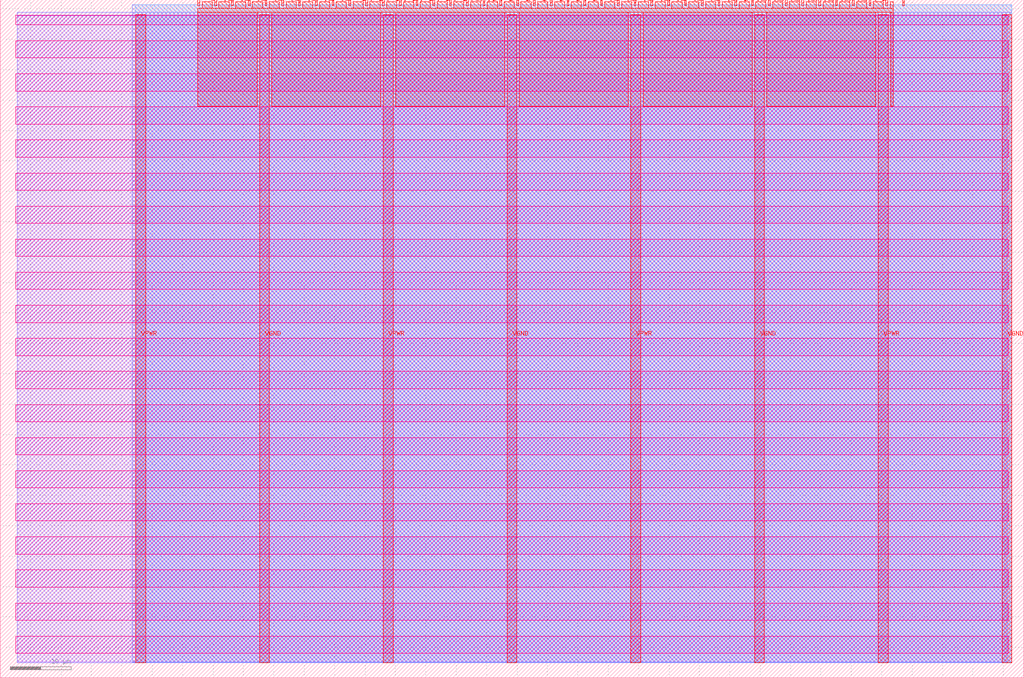
<source format=lef>
VERSION 5.7 ;
  NOWIREEXTENSIONATPIN ON ;
  DIVIDERCHAR "/" ;
  BUSBITCHARS "[]" ;
MACRO tt_um_LSNN_dup
  CLASS BLOCK ;
  FOREIGN tt_um_LSNN_dup ;
  ORIGIN 0.000 0.000 ;
  SIZE 168.360 BY 111.520 ;
  PIN VGND
    DIRECTION INOUT ;
    USE GROUND ;
    PORT
      LAYER met4 ;
        RECT 42.670 2.480 44.270 109.040 ;
    END
    PORT
      LAYER met4 ;
        RECT 83.380 2.480 84.980 109.040 ;
    END
    PORT
      LAYER met4 ;
        RECT 124.090 2.480 125.690 109.040 ;
    END
    PORT
      LAYER met4 ;
        RECT 164.800 2.480 166.400 109.040 ;
    END
  END VGND
  PIN VPWR
    DIRECTION INOUT ;
    USE POWER ;
    PORT
      LAYER met4 ;
        RECT 22.315 2.480 23.915 109.040 ;
    END
    PORT
      LAYER met4 ;
        RECT 63.025 2.480 64.625 109.040 ;
    END
    PORT
      LAYER met4 ;
        RECT 103.735 2.480 105.335 109.040 ;
    END
    PORT
      LAYER met4 ;
        RECT 144.445 2.480 146.045 109.040 ;
    END
  END VPWR
  PIN clk
    DIRECTION INPUT ;
    USE SIGNAL ;
    ANTENNAGATEAREA 0.852000 ;
    PORT
      LAYER met4 ;
        RECT 145.670 110.520 145.970 111.520 ;
    END
  END clk
  PIN ena
    DIRECTION INPUT ;
    USE SIGNAL ;
    PORT
      LAYER met4 ;
        RECT 148.430 110.520 148.730 111.520 ;
    END
  END ena
  PIN rst_n
    DIRECTION INPUT ;
    USE SIGNAL ;
    ANTENNAGATEAREA 0.213000 ;
    PORT
      LAYER met4 ;
        RECT 142.910 110.520 143.210 111.520 ;
    END
  END rst_n
  PIN ui_in[0]
    DIRECTION INPUT ;
    USE SIGNAL ;
    ANTENNAGATEAREA 0.196500 ;
    PORT
      LAYER met4 ;
        RECT 140.150 110.520 140.450 111.520 ;
    END
  END ui_in[0]
  PIN ui_in[1]
    DIRECTION INPUT ;
    USE SIGNAL ;
    ANTENNAGATEAREA 0.196500 ;
    PORT
      LAYER met4 ;
        RECT 137.390 110.520 137.690 111.520 ;
    END
  END ui_in[1]
  PIN ui_in[2]
    DIRECTION INPUT ;
    USE SIGNAL ;
    ANTENNAGATEAREA 0.196500 ;
    PORT
      LAYER met4 ;
        RECT 134.630 110.520 134.930 111.520 ;
    END
  END ui_in[2]
  PIN ui_in[3]
    DIRECTION INPUT ;
    USE SIGNAL ;
    ANTENNAGATEAREA 0.196500 ;
    PORT
      LAYER met4 ;
        RECT 131.870 110.520 132.170 111.520 ;
    END
  END ui_in[3]
  PIN ui_in[4]
    DIRECTION INPUT ;
    USE SIGNAL ;
    ANTENNAGATEAREA 0.196500 ;
    PORT
      LAYER met4 ;
        RECT 129.110 110.520 129.410 111.520 ;
    END
  END ui_in[4]
  PIN ui_in[5]
    DIRECTION INPUT ;
    USE SIGNAL ;
    ANTENNAGATEAREA 0.196500 ;
    PORT
      LAYER met4 ;
        RECT 126.350 110.520 126.650 111.520 ;
    END
  END ui_in[5]
  PIN ui_in[6]
    DIRECTION INPUT ;
    USE SIGNAL ;
    ANTENNAGATEAREA 0.196500 ;
    PORT
      LAYER met4 ;
        RECT 123.590 110.520 123.890 111.520 ;
    END
  END ui_in[6]
  PIN ui_in[7]
    DIRECTION INPUT ;
    USE SIGNAL ;
    ANTENNAGATEAREA 0.196500 ;
    PORT
      LAYER met4 ;
        RECT 120.830 110.520 121.130 111.520 ;
    END
  END ui_in[7]
  PIN uio_in[0]
    DIRECTION INPUT ;
    USE SIGNAL ;
    PORT
      LAYER met4 ;
        RECT 118.070 110.520 118.370 111.520 ;
    END
  END uio_in[0]
  PIN uio_in[1]
    DIRECTION INPUT ;
    USE SIGNAL ;
    PORT
      LAYER met4 ;
        RECT 115.310 110.520 115.610 111.520 ;
    END
  END uio_in[1]
  PIN uio_in[2]
    DIRECTION INPUT ;
    USE SIGNAL ;
    PORT
      LAYER met4 ;
        RECT 112.550 110.520 112.850 111.520 ;
    END
  END uio_in[2]
  PIN uio_in[3]
    DIRECTION INPUT ;
    USE SIGNAL ;
    PORT
      LAYER met4 ;
        RECT 109.790 110.520 110.090 111.520 ;
    END
  END uio_in[3]
  PIN uio_in[4]
    DIRECTION INPUT ;
    USE SIGNAL ;
    PORT
      LAYER met4 ;
        RECT 107.030 110.520 107.330 111.520 ;
    END
  END uio_in[4]
  PIN uio_in[5]
    DIRECTION INPUT ;
    USE SIGNAL ;
    PORT
      LAYER met4 ;
        RECT 104.270 110.520 104.570 111.520 ;
    END
  END uio_in[5]
  PIN uio_in[6]
    DIRECTION INPUT ;
    USE SIGNAL ;
    PORT
      LAYER met4 ;
        RECT 101.510 110.520 101.810 111.520 ;
    END
  END uio_in[6]
  PIN uio_in[7]
    DIRECTION INPUT ;
    USE SIGNAL ;
    PORT
      LAYER met4 ;
        RECT 98.750 110.520 99.050 111.520 ;
    END
  END uio_in[7]
  PIN uio_oe[0]
    DIRECTION OUTPUT TRISTATE ;
    USE SIGNAL ;
    PORT
      LAYER met4 ;
        RECT 51.830 110.520 52.130 111.520 ;
    END
  END uio_oe[0]
  PIN uio_oe[1]
    DIRECTION OUTPUT TRISTATE ;
    USE SIGNAL ;
    PORT
      LAYER met4 ;
        RECT 49.070 110.520 49.370 111.520 ;
    END
  END uio_oe[1]
  PIN uio_oe[2]
    DIRECTION OUTPUT TRISTATE ;
    USE SIGNAL ;
    PORT
      LAYER met4 ;
        RECT 46.310 110.520 46.610 111.520 ;
    END
  END uio_oe[2]
  PIN uio_oe[3]
    DIRECTION OUTPUT TRISTATE ;
    USE SIGNAL ;
    PORT
      LAYER met4 ;
        RECT 43.550 110.520 43.850 111.520 ;
    END
  END uio_oe[3]
  PIN uio_oe[4]
    DIRECTION OUTPUT TRISTATE ;
    USE SIGNAL ;
    PORT
      LAYER met4 ;
        RECT 40.790 110.520 41.090 111.520 ;
    END
  END uio_oe[4]
  PIN uio_oe[5]
    DIRECTION OUTPUT TRISTATE ;
    USE SIGNAL ;
    PORT
      LAYER met4 ;
        RECT 38.030 110.520 38.330 111.520 ;
    END
  END uio_oe[5]
  PIN uio_oe[6]
    DIRECTION OUTPUT TRISTATE ;
    USE SIGNAL ;
    PORT
      LAYER met4 ;
        RECT 35.270 110.520 35.570 111.520 ;
    END
  END uio_oe[6]
  PIN uio_oe[7]
    DIRECTION OUTPUT TRISTATE ;
    USE SIGNAL ;
    PORT
      LAYER met4 ;
        RECT 32.510 110.520 32.810 111.520 ;
    END
  END uio_oe[7]
  PIN uio_out[0]
    DIRECTION OUTPUT TRISTATE ;
    USE SIGNAL ;
    ANTENNADIFFAREA 0.795200 ;
    PORT
      LAYER met4 ;
        RECT 73.910 110.520 74.210 111.520 ;
    END
  END uio_out[0]
  PIN uio_out[1]
    DIRECTION OUTPUT TRISTATE ;
    USE SIGNAL ;
    ANTENNADIFFAREA 0.445500 ;
    PORT
      LAYER met4 ;
        RECT 71.150 110.520 71.450 111.520 ;
    END
  END uio_out[1]
  PIN uio_out[2]
    DIRECTION OUTPUT TRISTATE ;
    USE SIGNAL ;
    ANTENNADIFFAREA 0.445500 ;
    PORT
      LAYER met4 ;
        RECT 68.390 110.520 68.690 111.520 ;
    END
  END uio_out[2]
  PIN uio_out[3]
    DIRECTION OUTPUT TRISTATE ;
    USE SIGNAL ;
    ANTENNAGATEAREA 0.495000 ;
    ANTENNADIFFAREA 1.320000 ;
    PORT
      LAYER met4 ;
        RECT 65.630 110.520 65.930 111.520 ;
    END
  END uio_out[3]
  PIN uio_out[4]
    DIRECTION OUTPUT TRISTATE ;
    USE SIGNAL ;
    ANTENNAGATEAREA 0.621000 ;
    ANTENNADIFFAREA 0.891000 ;
    PORT
      LAYER met4 ;
        RECT 62.870 110.520 63.170 111.520 ;
    END
  END uio_out[4]
  PIN uio_out[5]
    DIRECTION OUTPUT TRISTATE ;
    USE SIGNAL ;
    ANTENNAGATEAREA 0.373500 ;
    ANTENNADIFFAREA 0.891000 ;
    PORT
      LAYER met4 ;
        RECT 60.110 110.520 60.410 111.520 ;
    END
  END uio_out[5]
  PIN uio_out[6]
    DIRECTION OUTPUT TRISTATE ;
    USE SIGNAL ;
    ANTENNAGATEAREA 0.252000 ;
    ANTENNADIFFAREA 0.891000 ;
    PORT
      LAYER met4 ;
        RECT 57.350 110.520 57.650 111.520 ;
    END
  END uio_out[6]
  PIN uio_out[7]
    DIRECTION OUTPUT TRISTATE ;
    USE SIGNAL ;
    ANTENNAGATEAREA 1.363500 ;
    ANTENNADIFFAREA 0.891000 ;
    PORT
      LAYER met4 ;
        RECT 54.590 110.520 54.890 111.520 ;
    END
  END uio_out[7]
  PIN uo_out[0]
    DIRECTION OUTPUT TRISTATE ;
    USE SIGNAL ;
    ANTENNAGATEAREA 1.003500 ;
    ANTENNADIFFAREA 0.891000 ;
    PORT
      LAYER met4 ;
        RECT 95.990 110.520 96.290 111.520 ;
    END
  END uo_out[0]
  PIN uo_out[1]
    DIRECTION OUTPUT TRISTATE ;
    USE SIGNAL ;
    PORT
      LAYER met4 ;
        RECT 93.230 110.520 93.530 111.520 ;
    END
  END uo_out[1]
  PIN uo_out[2]
    DIRECTION OUTPUT TRISTATE ;
    USE SIGNAL ;
    PORT
      LAYER met4 ;
        RECT 90.470 110.520 90.770 111.520 ;
    END
  END uo_out[2]
  PIN uo_out[3]
    DIRECTION OUTPUT TRISTATE ;
    USE SIGNAL ;
    PORT
      LAYER met4 ;
        RECT 87.710 110.520 88.010 111.520 ;
    END
  END uo_out[3]
  PIN uo_out[4]
    DIRECTION OUTPUT TRISTATE ;
    USE SIGNAL ;
    PORT
      LAYER met4 ;
        RECT 84.950 110.520 85.250 111.520 ;
    END
  END uo_out[4]
  PIN uo_out[5]
    DIRECTION OUTPUT TRISTATE ;
    USE SIGNAL ;
    PORT
      LAYER met4 ;
        RECT 82.190 110.520 82.490 111.520 ;
    END
  END uo_out[5]
  PIN uo_out[6]
    DIRECTION OUTPUT TRISTATE ;
    USE SIGNAL ;
    PORT
      LAYER met4 ;
        RECT 79.430 110.520 79.730 111.520 ;
    END
  END uo_out[6]
  PIN uo_out[7]
    DIRECTION OUTPUT TRISTATE ;
    USE SIGNAL ;
    PORT
      LAYER met4 ;
        RECT 76.670 110.520 76.970 111.520 ;
    END
  END uo_out[7]
  OBS
      LAYER nwell ;
        RECT 2.570 107.385 165.790 108.990 ;
        RECT 2.570 101.945 165.790 104.775 ;
        RECT 2.570 96.505 165.790 99.335 ;
        RECT 2.570 91.065 165.790 93.895 ;
        RECT 2.570 85.625 165.790 88.455 ;
        RECT 2.570 80.185 165.790 83.015 ;
        RECT 2.570 74.745 165.790 77.575 ;
        RECT 2.570 69.305 165.790 72.135 ;
        RECT 2.570 63.865 165.790 66.695 ;
        RECT 2.570 58.425 165.790 61.255 ;
        RECT 2.570 52.985 165.790 55.815 ;
        RECT 2.570 47.545 165.790 50.375 ;
        RECT 2.570 42.105 165.790 44.935 ;
        RECT 2.570 36.665 165.790 39.495 ;
        RECT 2.570 31.225 165.790 34.055 ;
        RECT 2.570 25.785 165.790 28.615 ;
        RECT 2.570 20.345 165.790 23.175 ;
        RECT 2.570 14.905 165.790 17.735 ;
        RECT 2.570 9.465 165.790 12.295 ;
        RECT 2.570 4.025 165.790 6.855 ;
      LAYER li1 ;
        RECT 2.760 2.635 165.600 108.885 ;
      LAYER met1 ;
        RECT 2.760 2.480 166.400 109.440 ;
      LAYER met2 ;
        RECT 21.720 2.535 166.370 110.685 ;
      LAYER met3 ;
        RECT 22.325 2.555 166.390 110.665 ;
      LAYER met4 ;
        RECT 33.210 110.120 34.870 111.170 ;
        RECT 35.970 110.120 37.630 111.170 ;
        RECT 38.730 110.120 40.390 111.170 ;
        RECT 41.490 110.120 43.150 111.170 ;
        RECT 44.250 110.120 45.910 111.170 ;
        RECT 47.010 110.120 48.670 111.170 ;
        RECT 49.770 110.120 51.430 111.170 ;
        RECT 52.530 110.120 54.190 111.170 ;
        RECT 55.290 110.120 56.950 111.170 ;
        RECT 58.050 110.120 59.710 111.170 ;
        RECT 60.810 110.120 62.470 111.170 ;
        RECT 63.570 110.120 65.230 111.170 ;
        RECT 66.330 110.120 67.990 111.170 ;
        RECT 69.090 110.120 70.750 111.170 ;
        RECT 71.850 110.120 73.510 111.170 ;
        RECT 74.610 110.120 76.270 111.170 ;
        RECT 77.370 110.120 79.030 111.170 ;
        RECT 80.130 110.120 81.790 111.170 ;
        RECT 82.890 110.120 84.550 111.170 ;
        RECT 85.650 110.120 87.310 111.170 ;
        RECT 88.410 110.120 90.070 111.170 ;
        RECT 91.170 110.120 92.830 111.170 ;
        RECT 93.930 110.120 95.590 111.170 ;
        RECT 96.690 110.120 98.350 111.170 ;
        RECT 99.450 110.120 101.110 111.170 ;
        RECT 102.210 110.120 103.870 111.170 ;
        RECT 104.970 110.120 106.630 111.170 ;
        RECT 107.730 110.120 109.390 111.170 ;
        RECT 110.490 110.120 112.150 111.170 ;
        RECT 113.250 110.120 114.910 111.170 ;
        RECT 116.010 110.120 117.670 111.170 ;
        RECT 118.770 110.120 120.430 111.170 ;
        RECT 121.530 110.120 123.190 111.170 ;
        RECT 124.290 110.120 125.950 111.170 ;
        RECT 127.050 110.120 128.710 111.170 ;
        RECT 129.810 110.120 131.470 111.170 ;
        RECT 132.570 110.120 134.230 111.170 ;
        RECT 135.330 110.120 136.990 111.170 ;
        RECT 138.090 110.120 139.750 111.170 ;
        RECT 140.850 110.120 142.510 111.170 ;
        RECT 143.610 110.120 145.270 111.170 ;
        RECT 146.370 110.120 146.905 111.170 ;
        RECT 32.495 109.440 146.905 110.120 ;
        RECT 32.495 94.015 42.270 109.440 ;
        RECT 44.670 94.015 62.625 109.440 ;
        RECT 65.025 94.015 82.980 109.440 ;
        RECT 85.380 94.015 103.335 109.440 ;
        RECT 105.735 94.015 123.690 109.440 ;
        RECT 126.090 94.015 144.045 109.440 ;
        RECT 146.445 94.015 146.905 109.440 ;
  END
END tt_um_LSNN_dup
END LIBRARY


</source>
